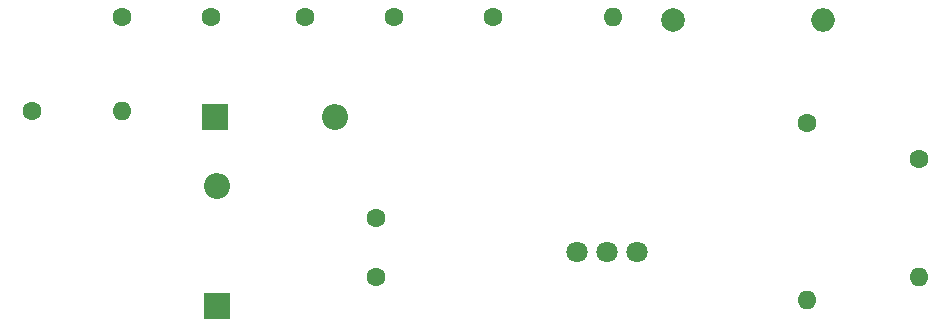
<source format=gbr>
%TF.GenerationSoftware,KiCad,Pcbnew,8.0.3*%
%TF.CreationDate,2024-10-19T22:35:31-05:00*%
%TF.ProjectId,G1 RGB Mod Board,47312052-4742-4204-9d6f-6420426f6172,rev?*%
%TF.SameCoordinates,Original*%
%TF.FileFunction,Soldermask,Bot*%
%TF.FilePolarity,Negative*%
%FSLAX46Y46*%
G04 Gerber Fmt 4.6, Leading zero omitted, Abs format (unit mm)*
G04 Created by KiCad (PCBNEW 8.0.3) date 2024-10-19 22:35:31*
%MOMM*%
%LPD*%
G01*
G04 APERTURE LIST*
%ADD10R,2.200000X2.200000*%
%ADD11O,2.200000X2.200000*%
%ADD12C,1.600000*%
%ADD13O,1.600000X1.600000*%
%ADD14C,2.000000*%
%ADD15O,2.000000X2.000000*%
%ADD16C,1.800000*%
G04 APERTURE END LIST*
D10*
%TO.C,D1*%
X32840000Y-25500000D03*
D11*
X43000000Y-25500000D03*
%TD*%
D10*
%TO.C,D2*%
X33000000Y-41500000D03*
D11*
X33000000Y-31340000D03*
%TD*%
D12*
%TO.C,10kR*%
X56388000Y-17000000D03*
D13*
X66548000Y-17000000D03*
%TD*%
D12*
%TO.C,100R*%
X17380000Y-25000000D03*
D13*
X25000000Y-25000000D03*
%TD*%
D14*
%TO.C,100uH*%
X71628000Y-17272000D03*
D15*
X84328000Y-17272000D03*
%TD*%
D12*
%TO.C,1nF*%
X40500000Y-17000000D03*
X48000000Y-17000000D03*
%TD*%
%TO.C,100nF*%
X25000000Y-17000000D03*
X32500000Y-17000000D03*
%TD*%
%TO.C,100nF*%
X92500000Y-29000000D03*
D13*
X92500000Y-39000000D03*
%TD*%
D12*
%TO.C,1uF*%
X83000000Y-26000000D03*
D13*
X83000000Y-41000000D03*
%TD*%
D12*
%TO.C,22uF*%
X46500000Y-39000000D03*
X46500000Y-34000000D03*
%TD*%
D16*
%TO.C,100kR*%
X63475000Y-36925000D03*
X66015000Y-36925000D03*
X68555000Y-36925000D03*
%TD*%
M02*

</source>
